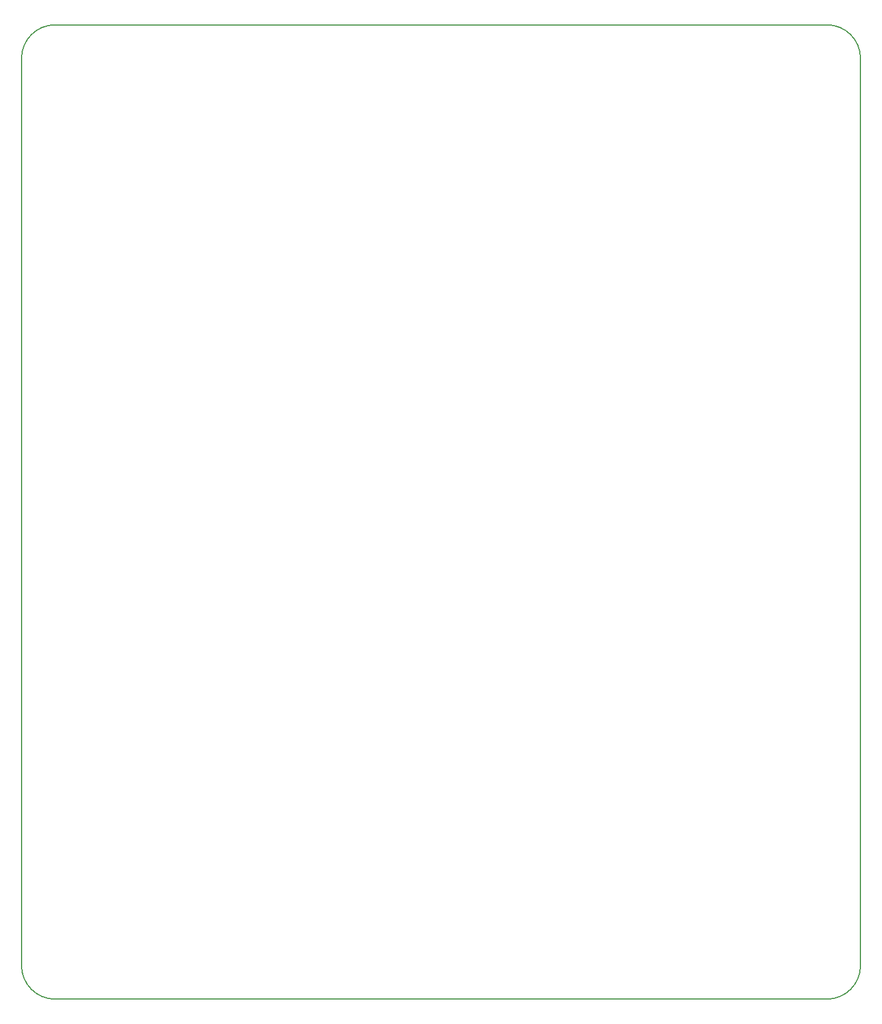
<source format=gbr>
%TF.GenerationSoftware,KiCad,Pcbnew,(6.0.1)*%
%TF.CreationDate,2022-02-10T23:56:56-06:00*%
%TF.ProjectId,MPPT,4d505054-2e6b-4696-9361-645f70636258,1.3.0*%
%TF.SameCoordinates,Original*%
%TF.FileFunction,Profile,NP*%
%FSLAX46Y46*%
G04 Gerber Fmt 4.6, Leading zero omitted, Abs format (unit mm)*
G04 Created by KiCad (PCBNEW (6.0.1)) date 2022-02-10 23:56:56*
%MOMM*%
%LPD*%
G01*
G04 APERTURE LIST*
%TA.AperFunction,Profile*%
%ADD10C,0.150000*%
%TD*%
G04 APERTURE END LIST*
D10*
X137500000Y-17470000D02*
X22500000Y-17470000D01*
X142500000Y-157470000D02*
X142500000Y-22470000D01*
X142500000Y-22470000D02*
G75*
G03*
X137500000Y-17470000I-5000000J0D01*
G01*
X17500000Y-157470000D02*
G75*
G03*
X22499998Y-162469998I5000000J2D01*
G01*
X22499999Y-17470000D02*
G75*
G03*
X17500000Y-22470001I1J-5000000D01*
G01*
X137500000Y-162470000D02*
X22500000Y-162470000D01*
X17500000Y-157470000D02*
X17500000Y-22470000D01*
X137500000Y-162470000D02*
G75*
G03*
X142500000Y-157470000I0J5000000D01*
G01*
M02*

</source>
